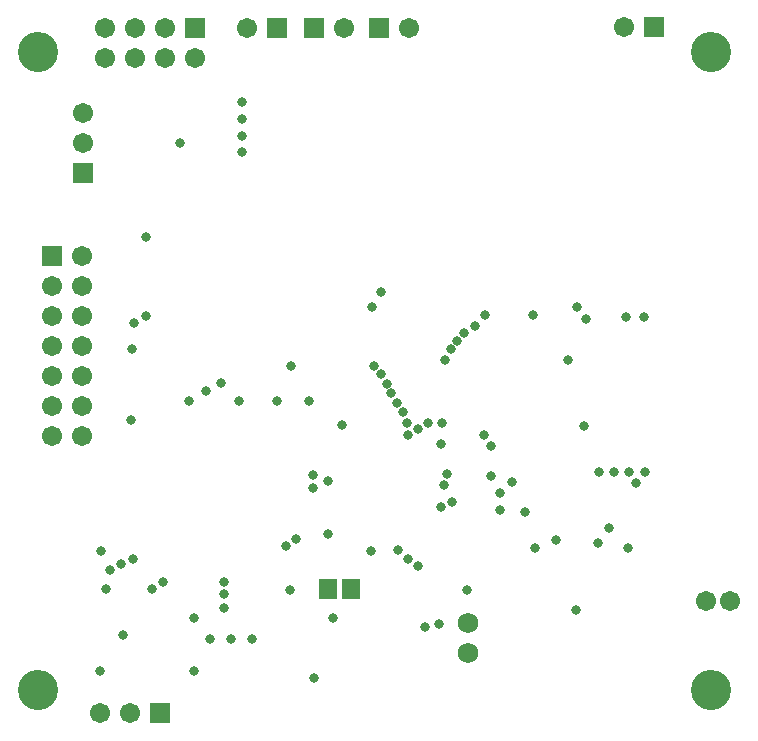
<source format=gbs>
G04*
G04 #@! TF.GenerationSoftware,Altium Limited,Altium Designer,19.0.14 (431)*
G04*
G04 Layer_Color=16711935*
%FSLAX25Y25*%
%MOIN*%
G70*
G01*
G75*
%ADD46R,0.06706X0.06706*%
%ADD47C,0.06706*%
%ADD48C,0.06800*%
%ADD49R,0.06706X0.06706*%
%ADD50C,0.03162*%
%ADD51C,0.13398*%
%ADD87R,0.06312X0.06706*%
D46*
X223130Y238583D02*
D03*
X109638Y238189D02*
D03*
X70000Y238347D02*
D03*
X97402D02*
D03*
X131496Y238189D02*
D03*
X58366Y9843D02*
D03*
D47*
X213130Y238583D02*
D03*
X248327Y47146D02*
D03*
X240453D02*
D03*
X119638Y238189D02*
D03*
X70000Y228346D02*
D03*
X60000Y238347D02*
D03*
Y228346D02*
D03*
X50000Y238347D02*
D03*
Y228346D02*
D03*
X40000Y238347D02*
D03*
Y228346D02*
D03*
X87402Y238347D02*
D03*
X141496Y238189D02*
D03*
X48366Y9843D02*
D03*
X38366D02*
D03*
X32327Y102398D02*
D03*
X22327D02*
D03*
X32327Y112398D02*
D03*
X22327D02*
D03*
X32327Y122398D02*
D03*
X22327D02*
D03*
X32327Y132398D02*
D03*
X22327D02*
D03*
X32327Y142398D02*
D03*
X22327D02*
D03*
X32327Y152398D02*
D03*
X22327D02*
D03*
X32327Y162398D02*
D03*
X32677Y200000D02*
D03*
Y210000D02*
D03*
D48*
X161024Y40020D02*
D03*
Y30020D02*
D03*
D49*
X22327Y162398D02*
D03*
X32677Y190000D02*
D03*
D50*
X101575Y51083D02*
D03*
X219577Y142096D02*
D03*
X214606Y90158D02*
D03*
X216929Y86619D02*
D03*
X208032Y71476D02*
D03*
X46063Y35925D02*
D03*
X214370Y64870D02*
D03*
X197047Y44291D02*
D03*
X40453Y51181D02*
D03*
X79823Y44980D02*
D03*
Y53543D02*
D03*
X114370Y69685D02*
D03*
X146653Y38508D02*
D03*
X59449Y53543D02*
D03*
X73721Y117421D02*
D03*
X152165Y78642D02*
D03*
X219991Y90162D02*
D03*
X171563Y77760D02*
D03*
X175787Y87008D02*
D03*
X153937Y89764D02*
D03*
X141157Y102451D02*
D03*
X49609Y139968D02*
D03*
X53543Y142126D02*
D03*
X49117Y131306D02*
D03*
X155217D02*
D03*
X153248Y127756D02*
D03*
X166240Y102657D02*
D03*
X166535Y142520D02*
D03*
X109350Y89370D02*
D03*
X109252Y84941D02*
D03*
X140748Y106685D02*
D03*
X147638Y106693D02*
D03*
X183465Y64961D02*
D03*
X213720Y142067D02*
D03*
X200394Y141339D02*
D03*
X182677Y142520D02*
D03*
X103543Y67803D02*
D03*
X100394Y65455D02*
D03*
X155512Y80315D02*
D03*
X152362Y106685D02*
D03*
X144488Y104724D02*
D03*
X139264Y110236D02*
D03*
X137402Y113386D02*
D03*
X131890Y122835D02*
D03*
X64961Y200000D02*
D03*
X53543Y168504D02*
D03*
X48819Y107658D02*
D03*
X131890Y150394D02*
D03*
X101870Y125591D02*
D03*
X129823D02*
D03*
X85827Y196850D02*
D03*
Y202362D02*
D03*
Y207874D02*
D03*
Y213484D02*
D03*
X38583Y63779D02*
D03*
X151969Y99606D02*
D03*
X118996Y105807D02*
D03*
X163386Y139075D02*
D03*
X159744Y136713D02*
D03*
X128948Y145355D02*
D03*
X197244Y145276D02*
D03*
X157480Y134055D02*
D03*
X168504Y98819D02*
D03*
X97295Y113957D02*
D03*
X107874Y113937D02*
D03*
X84646Y113957D02*
D03*
X68110D02*
D03*
X133858Y119685D02*
D03*
X135433Y116535D02*
D03*
X78831Y119862D02*
D03*
X55512Y51181D02*
D03*
X144193Y59055D02*
D03*
X140945Y61319D02*
D03*
X137795Y64102D02*
D03*
X45276Y59581D02*
D03*
X49213Y61417D02*
D03*
X41732Y57480D02*
D03*
X128740Y64075D02*
D03*
X171563Y83161D02*
D03*
X194252Y127559D02*
D03*
X168504Y88969D02*
D03*
X180079Y76988D02*
D03*
X153150Y85827D02*
D03*
X114173Y87402D02*
D03*
X204606Y90158D02*
D03*
X199606Y105512D02*
D03*
X209606Y90158D02*
D03*
X190315Y67539D02*
D03*
X204488Y66752D02*
D03*
X69809Y24024D02*
D03*
X79618Y49516D02*
D03*
X69760Y41658D02*
D03*
X38181Y24024D02*
D03*
X109638Y21654D02*
D03*
X115839Y41642D02*
D03*
X151272Y39673D02*
D03*
X74894Y34555D02*
D03*
X89067D02*
D03*
X81980D02*
D03*
X160728Y50787D02*
D03*
D51*
X17717Y17717D02*
D03*
Y230315D02*
D03*
X242126D02*
D03*
Y17717D02*
D03*
D87*
X122146Y51279D02*
D03*
X114272D02*
D03*
M02*

</source>
